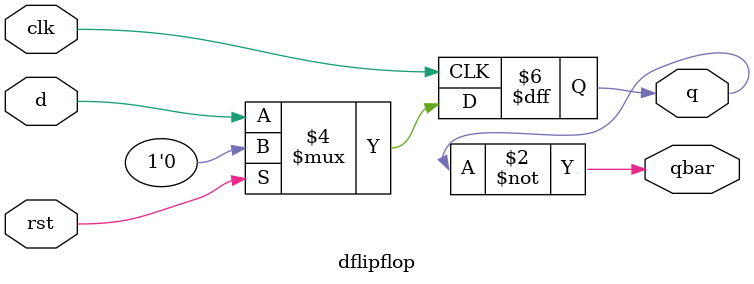
<source format=v>

module sr_using_d(s,r,clk,rst,q,qbar);
input s,r,clk,rst;
output q,qbar;
assign w=s|(~r&q);
dflipflop DUT1(w,clk,rst,q,qbar);
endmodule

module dflipflop(d,clk,rst,q,qbar);
input d,clk,rst;
output reg q;
output qbar;
always@(posedge clk)
begin
if(rst)
q<=0;
else
q<=d;
end
assign qbar=~q;
endmodule

</source>
